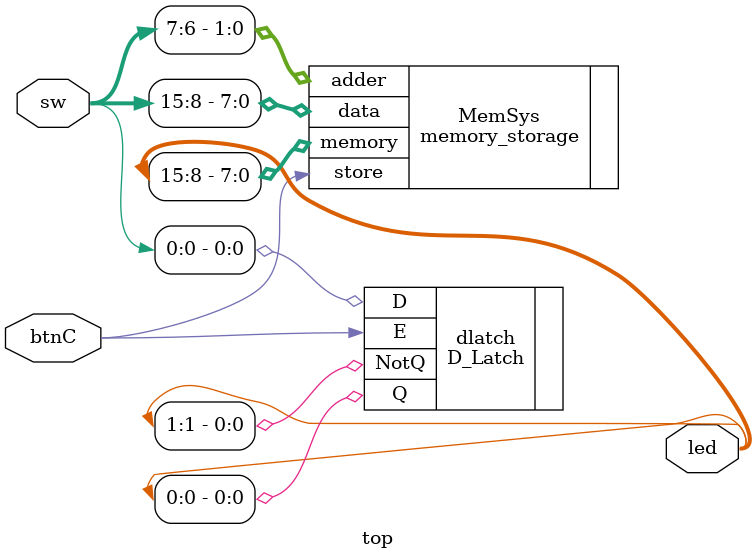
<source format=v>
module top(
    input [15:0] sw,
    input btnC,
    output [15:0] led
);
    D_Latch dlatch(
        .D(sw[0]),
        .Q(led[0]),
        .NotQ(led[1]),
        .E(btnC)
    );
    memory_storage MemSys(
        .data(sw[15:8]),
        .adder(sw[7:6]),
        .store(btnC),
        .memory(led[15:8])
    );

endmodule
</source>
